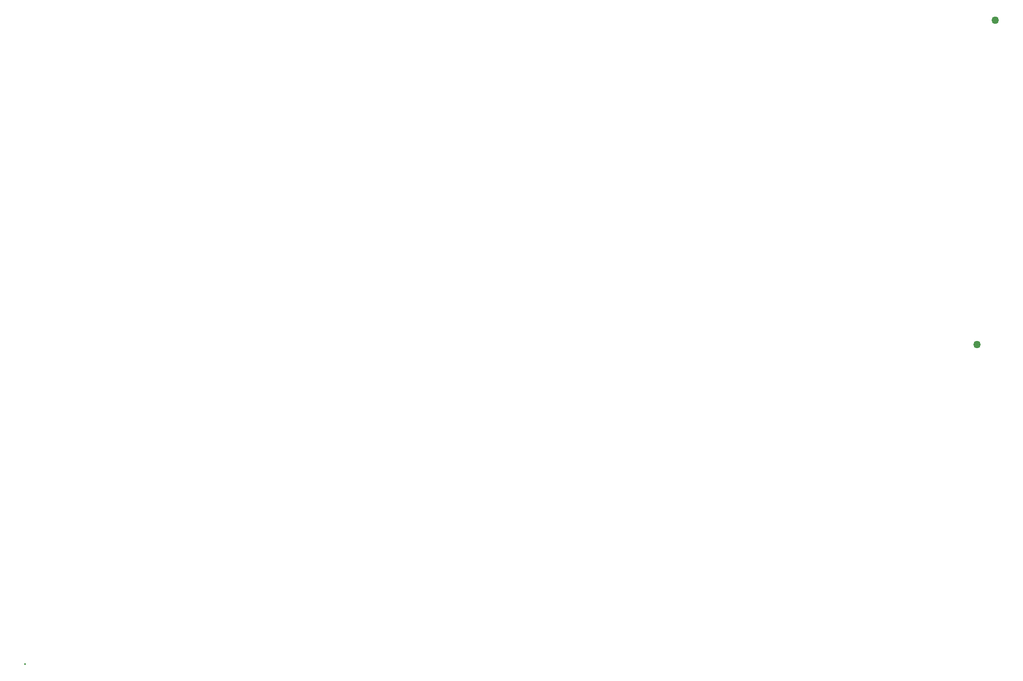
<source format=gbr>
G04 Layer_Color=0*
%FSLAX45Y45*%
%MOMM*%
%TF.FileFunction,NonPlated,1,6,NPTH,Drill*%
%TF.Part,Single*%
G01*
G75*
%TA.AperFunction,ComponentDrill*%
%ADD212C,1.27000*%
G36*
D02*
X25400D01*
Y25400D01*
X0D01*
Y0D01*
D02*
G37*
D212*
X16258540Y10806430D02*
D03*
X15953740Y5368290D02*
D03*
%TF.MD5,feee7c7780bd6f97cd8da4b41e360792*%
M02*

</source>
